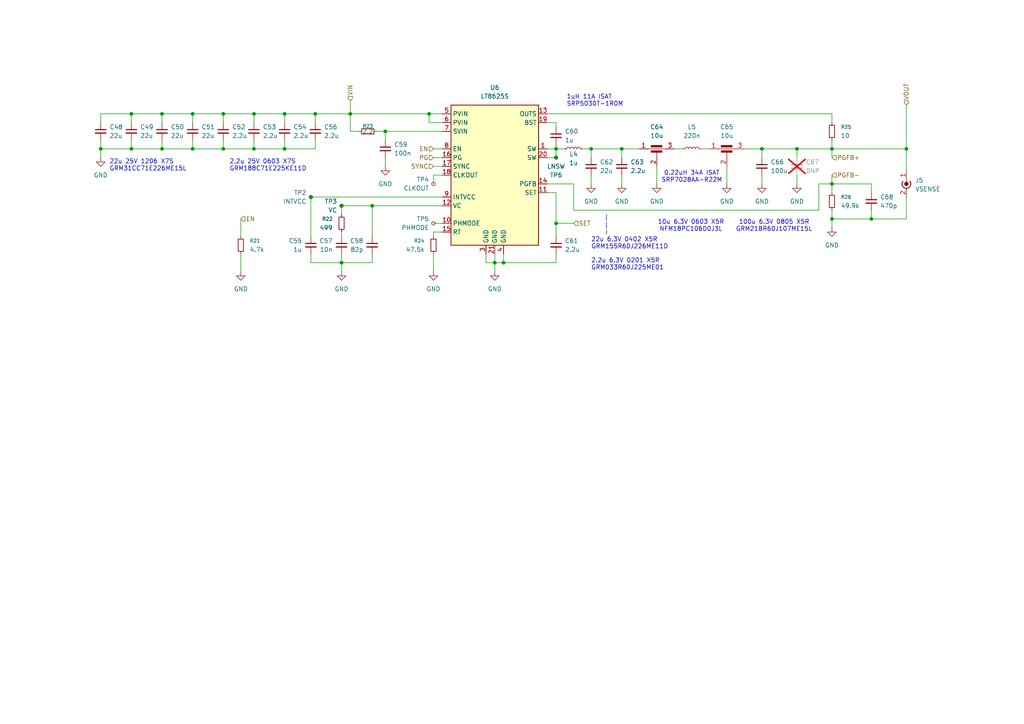
<source format=kicad_sch>
(kicad_sch (version 20250114) (generator "eeschema") (generator_version "9.0")
  (paper "A4")
  (lib_symbols
    (symbol "Connector:Conn_Coaxial_Power" (pin_names (offset 1.016) (hide yes))
      (property "Reference" "J" (at -5.08 -1.27 90))
      (property "Value" "Conn_Coaxial_Power" (at -3.175 -1.27 90))
      (symbol "Conn_Coaxial_Power_0_1"
        (arc (start 1.016 -0.508) (mid 1.2048 -0.8684) (end 1.27 -1.27) (stroke (width 0.254)))
        (polyline (pts (xy 0 0) (xy 0 -1.27)))
        (arc (start 1.27 -1.27) (mid 0 -2.5345) (end -1.27 -1.27) (stroke (width 0.254)))
        (arc (start -1.27 -1.27) (mid -1.2048 -0.8684) (end -1.016 -0.508) (stroke (width 0.254)))
        (circle (center 0 -1.27) (radius 0.508) (stroke (width 0.2032)) (fill (type outline)))
        (polyline (pts (xy 0 -2.54) (xy 0 -3.048)))
      )
      (symbol "Conn_Coaxial_Power_1_1"
        (pin passive line (at 0 2.54 270) (length 2.54) (name "In") (number "1"))
        (pin passive line (at 0 -5.08 90) (length 2.54) (name "Ext") (number "2"))
      )
    )
    (symbol "Connector:TestPoint_Small" (pin_numbers (hide yes)) (pin_names (offset 0.762) (hide yes))
      (property "Reference" "TP" (at 0 3.81 0))
      (property "Value" "TestPoint_Small" (at 0 2.032 0))
      (symbol "TestPoint_Small_0_1"
        (circle (center 0 0) (radius 0.508))
      )
      (symbol "TestPoint_Small_1_1"
        (pin passive line (at 0 0 90) (length 0) (name "1") (number "1"))
      )
    )
    (symbol "Device:C_Feedthrough" (pin_names (offset 0.254) (hide yes))
      (property "Reference" "C" (at 0 7.62 0))
      (property "Value" "C_Feedthrough" (at 0 5.715 0))
      (symbol "C_Feedthrough_0_1"
        (polyline (pts (xy -2.54 2.54) (xy 2.54 2.54)))
        (rectangle (start -1.651 1.524) (end 1.524 2.032) (fill (type outline)))
        (polyline (pts (xy 0 0) (xy 0 1.778)))
        (rectangle (start 1.524 3.048) (end -1.651 3.556) (fill (type outline)))
      )
      (symbol "C_Feedthrough_1_1"
        (pin passive line (at -5.08 2.54 0) (length 2.54) (name "1") (number "1"))
        (pin passive line (at 0 -2.54 90) (length 2.54) (name "2") (number "2"))
        (pin passive line (at 5.08 2.54 180) (length 2.54) (name "3") (number "3"))
      )
    )
    (symbol "Device:C_Small" (pin_numbers (hide yes)) (pin_names (offset 0.254) (hide yes))
      (property "Reference" "C" (at 0.254 1.778 0))
      (property "Value" "C_Small" (at 0.254 -2.032 0))
      (symbol "C_Small_0_1"
        (polyline (pts (xy -1.524 0.508) (xy 1.524 0.508)) (stroke (width 0.3048)))
        (polyline (pts (xy -1.524 -0.508) (xy 1.524 -0.508)) (stroke (width 0.3302)))
      )
      (symbol "C_Small_1_1"
        (pin passive line (at 0 2.54 270) (length 2.032) (name "~") (number "1"))
        (pin passive line (at 0 -2.54 90) (length 2.032) (name "~") (number "2"))
      )
    )
    (symbol "Device:L_Small" (pin_numbers (hide yes)) (pin_names (offset 0.254) (hide yes))
      (property "Reference" "L" (at 0.762 1.016 0))
      (property "Value" "L_Small" (at 0.762 -1.016 0))
      (symbol "L_Small_0_1"
        (arc (start 0 2.032) (mid 0.5058 1.524) (end 0 1.016))
        (arc (start 0 1.016) (mid 0.5058 0.508) (end 0 0))
        (arc (start 0 0) (mid 0.5058 -0.508) (end 0 -1.016))
        (arc (start 0 -1.016) (mid 0.5058 -1.524) (end 0 -2.032))
      )
      (symbol "L_Small_1_1"
        (pin passive line (at 0 2.54 270) (length 0.508) (name "~") (number "1"))
        (pin passive line (at 0 -2.54 90) (length 0.508) (name "~") (number "2"))
      )
    )
    (symbol "Device:R_Small" (pin_numbers (hide yes)) (pin_names (offset 0.254) (hide yes))
      (property "Reference" "R" (at 0 0 90))
      (property "Value" "R_Small" (at 1.778 0 90))
      (symbol "R_Small_0_1"
        (rectangle (start -0.762 1.778) (end 0.762 -1.778) (stroke (width 0.2032)))
      )
      (symbol "R_Small_1_1"
        (pin passive line (at 0 2.54 270) (length 0.762) (name "~") (number "1"))
        (pin passive line (at 0 -2.54 90) (length 0.762) (name "~") (number "2"))
      )
    )
    (symbol "huskylib:LT8625S"
      (property "Reference" "U" (at -12.192 17.78 0))
      (property "Value" "LT8625S" (at 4.826 17.78 0))
      (symbol "LT8625S_0_1"
        (rectangle (start -12.7 16.51) (end 12.7 -24.13) (stroke (width 0.254)) (fill (type background)))
      )
      (symbol "LT8625S_1_0"
        (pin power_in line (at -15.24 8.89 0) (length 2.54) (name "SVIN") (number "7"))
        (pin input line (at -15.24 3.81 0) (length 2.54) (name "EN") (number "8"))
        (pin input line (at -15.24 -1.27 0) (length 2.54) (name "SYNC") (number "17"))
        (pin output line (at -15.24 -3.81 0) (length 2.54) (name "CLKOUT") (number "18"))
        (pin passive line (at -15.24 -12.7 0) (length 2.54) (name "VC") (number "12"))
        (pin passive line (at -15.24 -20.32 0) (length 2.54) (name "RT") (number "15"))
        (pin power_in line (at 0 -26.67 90) (length 2.54) (name "GND") (number "21"))
        (pin passive line (at 2.54 -26.67 90) (length 2.54) (name "GND") (number "4"))
        (pin passive line (at 15.24 11.43 180) (length 2.54) (name "BST") (number "19"))
        (pin power_out line (at 15.24 3.81 180) (length 2.54) (name "SW") (number "1"))
        (pin power_out line (at 15.24 1.27 180) (length 2.54) (name "SW") (number "20"))
        (pin passive line (at 15.24 -6.35 180) (length 2.54) (name "PGFB") (number "14"))
      )
      (symbol "LT8625S_1_1"
        (pin power_in line (at -15.24 13.97 0) (length 2.54) (name "PVIN") (number "5"))
        (pin power_in line (at -15.24 11.43 0) (length 2.54) (name "PVIN") (number "6"))
        (pin output line (at -15.24 1.27 0) (length 2.54) (name "PG") (number "16"))
        (pin passive line (at -15.24 -10.16 0) (length 2.54) (name "INTVCC") (number "9"))
        (pin passive line (at -15.24 -17.78 0) (length 2.54) (name "PHMODE") (number "10"))
        (pin power_in line (at -2.54 -26.67 90) (length 2.54) (name "GND") (number "3"))
        (pin passive line (at 15.24 13.97 180) (length 2.54) (name "OUTS") (number "13"))
        (pin passive line (at 15.24 -8.89 180) (length 2.54) (name "SET") (number "11"))
      )
    )
    (symbol "power:GND" (power) (pin_numbers (hide yes)) (pin_names (offset 0) (hide yes))
      (property "Value" "GND" (at 0 -3.81 0))
      (symbol "GND_0_1"
        (polyline (pts (xy 0 0) (xy 0 -1.27) (xy 1.27 -1.27) (xy 0 -2.54) (xy -1.27 -1.27) (xy 0 -1.27)))
      )
      (symbol "GND_1_1"
        (pin power_in line (at 0 0 270) (length 0) (name "~") (number "1"))
      )
    )
  )
  (text "0.22uH 34A ISAT\nSRP7028AA-R22M" (at 200.66 49.53 0) (effects (font (size 1.27 1.27)) (justify top)))
  (text "2.2u 6.3V 0201 X5R\nGRM033R60J225ME01" (at 171.45 74.93 0) (effects (font (size 1.27 1.27)) (justify left top)))
  (text "100u 6.3V 0805 X5R\nGRM21BR60J107ME15L" (at 224.536 63.754 0) (effects (font (size 1.27 1.27)) (justify top)))
  (text "2.2u 25V 0603 X7S\nGRM188C71E225KE11D" (at 66.548 46.228 0) (effects (font (size 1.27 1.27)) (justify left top)))
  (text "1uH 11A ISAT\nSRP5030T-1R0M" (at 164.338 30.988 0) (effects (font (size 1.27 1.27)) (justify left bottom)))
  (text "22u 25V 1206 X7S\nGRM31CC71E226ME15L" (at 31.75 46.228 0) (effects (font (size 1.27 1.27)) (justify left top)))
  (text "10u 6.3V 0603 X5R\nNFM18PC106D0J3L" (at 200.406 63.754 0) (effects (font (size 1.27 1.27)) (justify top)))
  (text "22u 6.3V 0402 X5R\nGRM155R60J226ME11D" (at 171.45 68.834 0) (effects (font (size 1.27 1.27)) (justify left top)))
  (junction (at 241.3 43.18))
  (junction (at 46.99 33.02))
  (junction (at 111.76 38.1))
  (junction (at 220.98 43.18))
  (junction (at 73.66 43.18))
  (junction (at 82.55 33.02))
  (junction (at 91.44 33.02))
  (junction (at 143.51 76.2))
  (junction (at 101.6 33.02))
  (junction (at 38.1 33.02))
  (junction (at 64.77 33.02))
  (junction (at 146.05 76.2))
  (junction (at 38.1 43.18))
  (junction (at 82.55 43.18))
  (junction (at 180.34 43.18))
  (junction (at 252.73 63.5))
  (junction (at 99.06 76.2))
  (junction (at 73.66 33.02))
  (junction (at 231.14 43.18))
  (junction (at 161.29 64.77))
  (junction (at 161.29 45.72))
  (junction (at 241.3 53.34))
  (junction (at 124.46 33.02))
  (junction (at 99.06 59.69))
  (junction (at 90.17 57.15))
  (junction (at 55.88 43.18))
  (junction (at 171.45 43.18))
  (junction (at 241.3 63.5))
  (junction (at 161.29 43.18))
  (junction (at 107.95 59.69))
  (junction (at 46.99 43.18))
  (junction (at 64.77 43.18))
  (junction (at 55.88 33.02))
  (junction (at 29.21 43.18))
  (junction (at 262.89 43.18))
  (wire (pts (xy 124.46 33.02) (xy 124.46 35.56)))
  (wire (pts (xy 195.58 43.18) (xy 198.12 43.18)))
  (wire (pts (xy 158.75 45.72) (xy 161.29 45.72)))
  (wire (pts (xy 252.73 63.5) (xy 241.3 63.5)))
  (wire (pts (xy 111.76 38.1) (xy 111.76 40.64)))
  (wire (pts (xy 161.29 41.91) (xy 161.29 43.18)))
  (wire (pts (xy 29.21 43.18) (xy 29.21 45.72)))
  (wire (pts (xy 220.98 43.18) (xy 220.98 45.72)))
  (wire (pts (xy 125.73 53.34) (xy 125.73 50.8)))
  (wire (pts (xy 73.66 43.18) (xy 82.55 43.18)))
  (wire (pts (xy 231.14 43.18) (xy 241.3 43.18)))
  (wire (pts (xy 99.06 76.2) (xy 107.95 76.2)))
  (wire (pts (xy 171.45 43.18) (xy 180.34 43.18)))
  (wire (pts (xy 104.14 38.1) (xy 101.6 38.1)))
  (wire (pts (xy 73.66 43.18) (xy 73.66 40.64)))
  (wire (pts (xy 90.17 76.2) (xy 99.06 76.2)))
  (wire (pts (xy 38.1 40.64) (xy 38.1 43.18)))
  (wire (pts (xy 125.73 67.31) (xy 125.73 68.58)))
  (wire (pts (xy 241.3 43.18) (xy 241.3 40.64)))
  (wire (pts (xy 64.77 40.64) (xy 64.77 43.18)))
  (wire (pts (xy 99.06 76.2) (xy 99.06 78.74)))
  (wire (pts (xy 158.75 55.88) (xy 161.29 55.88)))
  (wire (pts (xy 101.6 33.02) (xy 124.46 33.02)))
  (wire (pts (xy 125.73 73.66) (xy 125.73 78.74)))
  (wire (pts (xy 64.77 33.02) (xy 64.77 35.56)))
  (wire (pts (xy 146.05 76.2) (xy 143.51 76.2)))
  (wire (pts (xy 143.51 76.2) (xy 140.97 76.2)))
  (wire (pts (xy 99.06 59.69) (xy 99.06 62.23)))
  (wire (pts (xy 46.99 33.02) (xy 55.88 33.02)))
  (wire (pts (xy 46.99 33.02) (xy 46.99 35.56)))
  (wire (pts (xy 168.91 43.18) (xy 171.45 43.18)))
  (wire (pts (xy 55.88 33.02) (xy 64.77 33.02)))
  (wire (pts (xy 46.99 43.18) (xy 46.99 40.64)))
  (wire (pts (xy 38.1 33.02) (xy 38.1 35.56)))
  (wire (pts (xy 109.22 38.1) (xy 111.76 38.1)))
  (wire (pts (xy 252.73 53.34) (xy 252.73 55.88)))
  (wire (pts (xy 220.98 50.8) (xy 220.98 53.34)))
  (wire (pts (xy 55.88 43.18) (xy 64.77 43.18)))
  (wire (pts (xy 90.17 57.15) (xy 90.17 68.58)))
  (wire (pts (xy 241.3 53.34) (xy 252.73 53.34)))
  (wire (pts (xy 241.3 50.8) (xy 241.3 53.34)))
  (wire (pts (xy 125.73 43.18) (xy 128.27 43.18)))
  (wire (pts (xy 203.2 43.18) (xy 205.74 43.18)))
  (wire (pts (xy 241.3 63.5) (xy 241.3 66.04)))
  (wire (pts (xy 161.29 64.77) (xy 166.37 64.77)))
  (wire (pts (xy 166.37 60.96) (xy 237.49 60.96)))
  (wire (pts (xy 99.06 59.69) (xy 107.95 59.69)))
  (wire (pts (xy 73.66 33.02) (xy 73.66 35.56)))
  (wire (pts (xy 38.1 33.02) (xy 46.99 33.02)))
  (wire (pts (xy 107.95 59.69) (xy 107.95 68.58)))
  (polyline (pts (xy 175.895 62.23) (xy 175.895 67.945)) (stroke (width 0) (type dash)))
  (wire (pts (xy 231.14 50.8) (xy 231.14 53.34)))
  (wire (pts (xy 241.3 43.18) (xy 241.3 45.72)))
  (wire (pts (xy 29.21 33.02) (xy 38.1 33.02)))
  (wire (pts (xy 161.29 73.66) (xy 161.29 76.2)))
  (wire (pts (xy 146.05 76.2) (xy 161.29 76.2)))
  (wire (pts (xy 161.29 45.72) (xy 161.29 43.18)))
  (wire (pts (xy 91.44 33.02) (xy 101.6 33.02)))
  (wire (pts (xy 91.44 40.64) (xy 91.44 43.18)))
  (wire (pts (xy 29.21 43.18) (xy 38.1 43.18)))
  (wire (pts (xy 180.34 50.8) (xy 180.34 53.34)))
  (wire (pts (xy 125.73 48.26) (xy 128.27 48.26)))
  (wire (pts (xy 107.95 59.69) (xy 128.27 59.69)))
  (wire (pts (xy 82.55 43.18) (xy 82.55 40.64)))
  (wire (pts (xy 111.76 45.72) (xy 111.76 48.26)))
  (wire (pts (xy 64.77 43.18) (xy 73.66 43.18)))
  (wire (pts (xy 241.3 53.34) (xy 241.3 55.88)))
  (wire (pts (xy 143.51 73.66) (xy 143.51 76.2)))
  (wire (pts (xy 82.55 33.02) (xy 82.55 35.56)))
  (wire (pts (xy 166.37 60.96) (xy 166.37 53.34)))
  (wire (pts (xy 237.49 53.34) (xy 237.49 60.96)))
  (wire (pts (xy 38.1 43.18) (xy 46.99 43.18)))
  (wire (pts (xy 91.44 33.02) (xy 91.44 35.56)))
  (wire (pts (xy 46.99 43.18) (xy 55.88 43.18)))
  (wire (pts (xy 82.55 33.02) (xy 91.44 33.02)))
  (wire (pts (xy 166.37 53.34) (xy 158.75 53.34)))
  (wire (pts (xy 101.6 33.02) (xy 101.6 38.1)))
  (wire (pts (xy 128.27 33.02) (xy 124.46 33.02)))
  (wire (pts (xy 99.06 73.66) (xy 99.06 76.2)))
  (wire (pts (xy 125.73 50.8) (xy 128.27 50.8)))
  (wire (pts (xy 111.76 38.1) (xy 128.27 38.1)))
  (wire (pts (xy 210.82 48.26) (xy 210.82 53.34)))
  (wire (pts (xy 158.75 43.18) (xy 161.29 43.18)))
  (wire (pts (xy 262.89 57.15) (xy 262.89 63.5)))
  (wire (pts (xy 158.75 35.56) (xy 161.29 35.56)))
  (wire (pts (xy 90.17 73.66) (xy 90.17 76.2)))
  (wire (pts (xy 161.29 55.88) (xy 161.29 64.77)))
  (wire (pts (xy 262.89 30.48) (xy 262.89 43.18)))
  (wire (pts (xy 180.34 43.18) (xy 185.42 43.18)))
  (wire (pts (xy 73.66 33.02) (xy 82.55 33.02)))
  (wire (pts (xy 180.34 43.18) (xy 180.34 45.72)))
  (wire (pts (xy 128.27 67.31) (xy 125.73 67.31)))
  (wire (pts (xy 107.95 73.66) (xy 107.95 76.2)))
  (wire (pts (xy 125.73 64.77) (xy 128.27 64.77)))
  (wire (pts (xy 231.14 43.18) (xy 231.14 45.72)))
  (wire (pts (xy 69.85 73.66) (xy 69.85 78.74)))
  (wire (pts (xy 252.73 60.96) (xy 252.73 63.5)))
  (wire (pts (xy 69.85 63.5) (xy 69.85 68.58)))
  (wire (pts (xy 171.45 43.18) (xy 171.45 45.72)))
  (wire (pts (xy 161.29 43.18) (xy 163.83 43.18)))
  (wire (pts (xy 241.3 43.18) (xy 262.89 43.18)))
  (wire (pts (xy 220.98 43.18) (xy 231.14 43.18)))
  (wire (pts (xy 262.89 43.18) (xy 262.89 49.53)))
  (wire (pts (xy 29.21 40.64) (xy 29.21 43.18)))
  (wire (pts (xy 171.45 50.8) (xy 171.45 53.34)))
  (wire (pts (xy 140.97 76.2) (xy 140.97 73.66)))
  (wire (pts (xy 190.5 48.26) (xy 190.5 53.34)))
  (wire (pts (xy 64.77 33.02) (xy 73.66 33.02)))
  (wire (pts (xy 125.73 45.72) (xy 128.27 45.72)))
  (wire (pts (xy 146.05 73.66) (xy 146.05 76.2)))
  (wire (pts (xy 55.88 33.02) (xy 55.88 35.56)))
  (wire (pts (xy 143.51 76.2) (xy 143.51 78.74)))
  (wire (pts (xy 90.17 57.15) (xy 128.27 57.15)))
  (wire (pts (xy 252.73 63.5) (xy 262.89 63.5)))
  (wire (pts (xy 215.9 43.18) (xy 220.98 43.18)))
  (wire (pts (xy 82.55 43.18) (xy 91.44 43.18)))
  (wire (pts (xy 161.29 35.56) (xy 161.29 36.83)))
  (wire (pts (xy 29.21 33.02) (xy 29.21 35.56)))
  (wire (pts (xy 124.46 35.56) (xy 128.27 35.56)))
  (wire (pts (xy 241.3 53.34) (xy 237.49 53.34)))
  (wire (pts (xy 158.75 33.02) (xy 241.3 33.02)))
  (wire (pts (xy 161.29 64.77) (xy 161.29 68.58)))
  (wire (pts (xy 241.3 35.56) (xy 241.3 33.02)))
  (wire (pts (xy 55.88 43.18) (xy 55.88 40.64)))
  (wire (pts (xy 99.06 67.31) (xy 99.06 68.58)))
  (wire (pts (xy 101.6 29.21) (xy 101.6 33.02)))
  (wire (pts (xy 241.3 60.96) (xy 241.3 63.5)))
  (hierarchical_label "EN" (shape input) (at 69.85 63.5 0))
  (hierarchical_label "VOUT" (shape input) (at 262.89 30.48 90))
  (hierarchical_label "SET" (shape input) (at 166.37 64.77 0))
  (hierarchical_label "EN" (shape input) (at 125.73 43.18 180))
  (hierarchical_label "VIN" (shape input) (at 101.6 29.21 90))
  (hierarchical_label "SYNC" (shape input) (at 125.73 48.26 180))
  (hierarchical_label "PGFB+" (shape input) (at 241.3 45.72 0))
  (hierarchical_label "PGFB-" (shape input) (at 241.3 50.8 0))
  (hierarchical_label "PG" (shape input) (at 125.73 45.72 180))
  (symbol (lib_id "Device:C_Small") (at 99.06 71.12 0) (unit 1)
    (property "Reference" "C57" (at 96.52 69.8562 0) (effects (justify right)))
    (property "Value" "10n" (at 96.52 72.3962 0) (effects (justify right)))
    (property "Footprint" "Capacitor_SMD:C_0402_1005Metric" (effects (hide yes)))
    (property "Description" "Unpolarized capacitor, small symbol" (effects (hide yes)))
    (property "DIGIKEY_PN" "490-6351-1-ND" (effects (hide yes)))
  )
  (symbol (lib_id "Device:C_Small") (at 231.14 48.26 0) (unit 1) (dnp yes)
    (property "Reference" "C67" (at 233.68 46.9962 0) (effects (justify left)))
    (property "Value" "DNP" (at 233.68 49.5362 0) (effects (justify left)))
    (property "Footprint" "Capacitor_SMD:C_0402_1005Metric" (effects (hide yes)))
    (property "Description" "Unpolarized capacitor, small symbol" (effects (hide yes)))
  )
  (symbol (lib_id "Device:L_Small") (at 200.66 43.18 90) (unit 1)
    (property "Reference" "L5" (at 200.66 36.83 90))
    (property "Value" "220n" (at 200.66 39.37 90))
    (property "Footprint" "Inductor_SMD:L_Bourns_SRP7028A_7.3x6.6mm" (effects (hide yes)))
    (property "Description" "Inductor, small symbol" (effects (hide yes)))
    (property "DIGIKEY_PN" "118-SRP7028AA-R22MCT-ND" (effects (hide yes)))
  )
  (symbol (lib_id "Connector:TestPoint_Small") (at 90.17 57.15 0) (unit 1)
    (property "Reference" "TP2" (at 88.9 55.8799 0) (effects (justify right)))
    (property "Value" "INTVCC" (at 88.9 58.4199 0) (effects (justify right)))
    (property "Footprint" "TestPoint:TestPoint_Keystone_5015_Micro_Mini" (effects (hide yes)))
    (property "Description" "test point" (effects (hide yes)))
    (property "DIGIKEY_PN" "36-5015CT-ND" (effects (hide yes)))
  )
  (symbol (lib_id "Device:C_Small") (at 91.44 38.1 0) (unit 1)
    (property "Reference" "C56" (at 93.98 36.8362 0) (effects (justify left)))
    (property "Value" "2.2u" (at 93.98 39.3762 0) (effects (justify left)))
    (property "Footprint" "Capacitor_SMD:C_0603_1608Metric" (effects (hide yes)))
    (property "Description" "Unpolarized capacitor, small symbol" (effects (hide yes)))
    (property "DIGIKEY_PN" "490-12732-1-ND" (effects (hide yes)))
  )
  (symbol (lib_id "Device:R_Small") (at 69.85 71.12 0) (unit 1)
    (property "Reference" "R21" (at 72.39 69.8499 0) (effects (font (size 1.016 1.016)) (justify left)))
    (property "Value" "4.7k" (at 72.39 72.3899 0) (effects (justify left)))
    (property "Footprint" "Resistor_SMD:R_0402_1005Metric" (effects (hide yes)))
    (property "Description" "Resistor, small symbol" (effects (hide yes)))
    (property "DIGIKEY_PN" "311-4.7KJRCT-ND" (effects (hide yes)))
  )
  (symbol (lib_id "Device:C_Small") (at 180.34 48.26 0) (unit 1)
    (property "Reference" "C63" (at 182.88 46.9962 0) (effects (justify left)))
    (property "Value" "2.2u" (at 182.88 49.5362 0) (effects (justify left)))
    (property "Footprint" "Capacitor_SMD:C_0201_0603Metric" (effects (hide yes)))
    (property "Description" "Unpolarized capacitor, small symbol" (effects (hide yes)))
    (property "DIGIKEY_PN" "490-GRM033R60J225ME01DCT-ND" (effects (hide yes)))
  )
  (symbol (lib_id "power:GND") (at 220.98 53.34 0) (unit 1)
    (property "Reference" "#PWR052" (effects (hide yes)))
    (property "Value" "GND" (at 220.98 58.42 0))
    (property "Description" "Power symbol creates a global label with name \"GND\" , ground" (effects (hide yes)))
  )
  (symbol (lib_id "Device:C_Small") (at 55.88 38.1 0) (unit 1)
    (property "Reference" "C51" (at 58.42 36.8362 0) (effects (justify left)))
    (property "Value" "22u" (at 58.42 39.3762 0) (effects (justify left)))
    (property "Footprint" "Capacitor_SMD:C_1206_3216Metric" (effects (hide yes)))
    (property "Description" "Unpolarized capacitor, small symbol" (effects (hide yes)))
    (property "DIGIKEY_PN" "490-GRM31CC71E226ME15LCT-ND" (effects (hide yes)))
  )
  (symbol (lib_id "Device:C_Small") (at 171.45 48.26 0) (unit 1)
    (property "Reference" "C62" (at 173.99 46.9962 0) (effects (justify left)))
    (property "Value" "22u" (at 173.99 49.5362 0) (effects (justify left)))
    (property "Footprint" "Capacitor_SMD:C_0402_1005Metric" (effects (hide yes)))
    (property "Description" "Unpolarized capacitor, small symbol" (effects (hide yes)))
    (property "DIGIKEY_PN" "490-GRM155R60J226ME11DCT-ND" (effects (hide yes)))
  )
  (symbol (lib_id "power:GND") (at 180.34 53.34 0) (unit 1)
    (property "Reference" "#PWR049" (effects (hide yes)))
    (property "Value" "GND" (at 180.34 58.42 0))
    (property "Description" "Power symbol creates a global label with name \"GND\" , ground" (effects (hide yes)))
  )
  (symbol (lib_id "Device:R_Small") (at 106.68 38.1 270) (mirror x) (unit 1)
    (property "Reference" "R23" (at 106.68 36.576 90) (effects (font (size 1.016 1.016))))
    (property "Value" "2.2" (at 106.68 38.1 90))
    (property "Footprint" "Resistor_SMD:R_0402_1005Metric" (effects (hide yes)))
    (property "Description" "Resistor, small symbol" (effects (hide yes)))
    (property "DIGIKEY_PN" "YAG3471CT-ND" (effects (hide yes)))
  )
  (symbol (lib_id "Device:C_Small") (at 107.95 71.12 0) (unit 1)
    (property "Reference" "C58" (at 105.41 69.8562 0) (effects (justify right)))
    (property "Value" "82p" (at 105.41 72.3962 0) (effects (justify right)))
    (property "Footprint" "Capacitor_SMD:C_0402_1005Metric" (effects (hide yes)))
    (property "Description" "Unpolarized capacitor, small symbol" (effects (hide yes)))
    (property "DIGIKEY_PN" "490-GCM1555C1H820JA16DCT-ND" (effects (hide yes)))
  )
  (symbol (lib_id "power:GND") (at 69.85 78.74 0) (unit 1)
    (property "Reference" "#PWR043" (effects (hide yes)))
    (property "Value" "GND" (at 69.85 83.82 0))
    (property "Description" "Power symbol creates a global label with name \"GND\" , ground" (effects (hide yes)))
  )
  (symbol (lib_id "power:GND") (at 111.76 48.26 0) (unit 1)
    (property "Reference" "#PWR045" (effects (hide yes)))
    (property "Value" "GND" (at 111.76 53.34 0))
    (property "Description" "Power symbol creates a global label with name \"GND\" , ground" (effects (hide yes)))
  )
  (symbol (lib_id "power:GND") (at 241.3 66.04 0) (unit 1)
    (property "Reference" "#PWR054" (effects (hide yes)))
    (property "Value" "GND" (at 241.3 71.12 0))
    (property "Description" "Power symbol creates a global label with name \"GND\" , ground" (effects (hide yes)))
  )
  (symbol (lib_id "Device:C_Small") (at 38.1 38.1 0) (unit 1)
    (property "Reference" "C49" (at 40.64 36.8362 0) (effects (justify left)))
    (property "Value" "22u" (at 40.64 39.3762 0) (effects (justify left)))
    (property "Footprint" "Capacitor_SMD:C_1206_3216Metric" (effects (hide yes)))
    (property "Description" "Unpolarized capacitor, small symbol" (effects (hide yes)))
    (property "DIGIKEY_PN" "490-GRM31CC71E226ME15LCT-ND" (effects (hide yes)))
  )
  (symbol (lib_id "Device:C_Feedthrough") (at 190.5 45.72 0) (unit 1)
    (property "Reference" "C64" (at 190.5 36.83 0))
    (property "Value" "10u" (at 190.5 39.37 0))
    (property "Footprint" "Capacitor_SMD:C_0402_1005Metric" (effects (hide yes)))
    (property "Description" "Feedthrough capacitor" (effects (hide yes)))
    (property "DIGIKEY_PN" "490-NFM18PC106D0J3LCT-ND" (effects (hide yes)))
  )
  (symbol (lib_id "power:GND") (at 210.82 53.34 0) (unit 1)
    (property "Reference" "#PWR051" (effects (hide yes)))
    (property "Value" "GND" (at 210.82 58.42 0))
    (property "Description" "Power symbol creates a global label with name \"GND\" , ground" (effects (hide yes)))
  )
  (symbol (lib_id "Device:C_Small") (at 111.76 43.18 0) (unit 1)
    (property "Reference" "C59" (at 114.3 41.9162 0) (effects (justify left)))
    (property "Value" "100n" (at 114.3 44.4562 0) (effects (justify left)))
    (property "Footprint" "Capacitor_SMD:C_0402_1005Metric" (effects (hide yes)))
    (property "Description" "Unpolarized capacitor, small symbol" (effects (hide yes)))
    (property "DIGIKEY_PN" "490-14603-1-ND" (effects (hide yes)))
  )
  (symbol (lib_id "Device:C_Small") (at 90.17 71.12 0) (unit 1)
    (property "Reference" "C55" (at 87.63 69.8562 0) (effects (justify right)))
    (property "Value" "1u" (at 87.63 72.3962 0) (effects (justify right)))
    (property "Footprint" "Capacitor_SMD:C_0402_1005Metric" (effects (hide yes)))
    (property "Description" "Unpolarized capacitor, small symbol" (effects (hide yes)))
    (property "DIGIKEY_PN" "490-14409-1-ND" (effects (hide yes)))
  )
  (symbol (lib_id "Device:C_Small") (at 252.73 58.42 0) (unit 1)
    (property "Reference" "C68" (at 255.27 57.1562 0) (effects (justify left)))
    (property "Value" "470p" (at 255.27 59.6962 0) (effects (justify left)))
    (property "Footprint" "Capacitor_SMD:C_0402_1005Metric" (effects (hide yes)))
    (property "Description" "Unpolarized capacitor, small symbol" (effects (hide yes)))
    (property "DIGIKEY_PN" "490-GCM155R71H471KA37JCT-ND" (effects (hide yes)))
  )
  (symbol (lib_id "Device:C_Small") (at 64.77 38.1 0) (unit 1)
    (property "Reference" "C52" (at 67.31 36.8362 0) (effects (justify left)))
    (property "Value" "2.2u" (at 67.31 39.3762 0) (effects (justify left)))
    (property "Footprint" "Capacitor_SMD:C_0603_1608Metric" (effects (hide yes)))
    (property "Description" "Unpolarized capacitor, small symbol" (effects (hide yes)))
    (property "DIGIKEY_PN" "490-12732-1-ND" (effects (hide yes)))
  )
  (symbol (lib_id "Device:C_Small") (at 82.55 38.1 0) (unit 1)
    (property "Reference" "C54" (at 85.09 36.8362 0) (effects (justify left)))
    (property "Value" "2.2u" (at 85.09 39.3762 0) (effects (justify left)))
    (property "Footprint" "Capacitor_SMD:C_0603_1608Metric" (effects (hide yes)))
    (property "Description" "Unpolarized capacitor, small symbol" (effects (hide yes)))
    (property "DIGIKEY_PN" "490-12732-1-ND" (effects (hide yes)))
  )
  (symbol (lib_id "Device:L_Small") (at 166.37 43.18 90) (unit 1)
    (property "Reference" "L4" (at 166.37 44.704 90))
    (property "Value" "1u" (at 166.37 47.244 90))
    (property "Footprint" "Inductor_SMD:L_Bourns_SRP5030T" (effects (hide yes)))
    (property "Description" "Inductor, small symbol" (effects (hide yes)))
    (property "DIGIKEY_PN" "SRP5030T-1R0MCT-ND" (effects (hide yes)))
  )
  (symbol (lib_id "Connector:TestPoint_Small") (at 125.73 64.77 0) (unit 1)
    (property "Reference" "TP5" (at 124.46 63.4999 0) (effects (justify right)))
    (property "Value" "PHMODE" (at 124.46 66.0399 0) (effects (justify right)))
    (property "Footprint" "TestPoint:TestPoint_Keystone_5015_Micro_Mini" (effects (hide yes)))
    (property "Description" "test point" (effects (hide yes)))
    (property "DIGIKEY_PN" "36-5015CT-ND" (effects (hide yes)))
  )
  (symbol (lib_id "Device:C_Small") (at 29.21 38.1 0) (unit 1)
    (property "Reference" "C48" (at 31.75 36.8362 0) (effects (justify left)))
    (property "Value" "22u" (at 31.75 39.3762 0) (effects (justify left)))
    (property "Footprint" "Capacitor_SMD:C_1206_3216Metric" (effects (hide yes)))
    (property "Description" "Unpolarized capacitor, small symbol" (effects (hide yes)))
    (property "DIGIKEY_PN" "490-GRM31CC71E226ME15LCT-ND" (effects (hide yes)))
  )
  (symbol (lib_id "Device:C_Small") (at 161.29 39.37 0) (unit 1)
    (property "Reference" "C60" (at 163.83 38.1062 0) (effects (justify left)))
    (property "Value" "1u" (at 163.83 40.6462 0) (effects (justify left)))
    (property "Footprint" "Capacitor_SMD:C_0402_1005Metric" (effects (hide yes)))
    (property "Description" "Unpolarized capacitor, small symbol" (effects (hide yes)))
    (property "DIGIKEY_PN" "490-14409-1-ND" (effects (hide yes)))
  )
  (symbol (lib_id "huskylib:LT8625S") (at 143.51 46.99 0) (unit 1)
    (property "Reference" "U6" (at 143.51 25.4 0))
    (property "Value" "LT8625S" (at 143.51 27.94 0))
    (property "Footprint" "Package_DFN_QFN:QFN-20-1EP_3x4mm_P0.5mm_EP1.65x2.65mm" (effects (hide yes)))
    (property "Datasheet" "https://www.analog.com/media/en/technical-documentation/data-sheets/lt8625s.pdf" (effects (hide yes)))
    (property "Description" "18V/8A Step-Down Silent Switcher 3 with Ultralow Noise Reference" (effects (hide yes)))
    (property "DIGIKEY_PN" "505-LT8625SIV#TRMPBFCT-ND" (effects (hide yes)))
  )
  (symbol (lib_id "Device:R_Small") (at 125.73 71.12 0) (unit 1)
    (property "Reference" "R24" (at 123.19 69.8499 0) (effects (font (size 1.016 1.016)) (justify right)))
    (property "Value" "47.5k" (at 123.19 72.3899 0) (effects (justify right)))
    (property "Footprint" "Resistor_SMD:R_0402_1005Metric" (effects (hide yes)))
    (property "Description" "Resistor, small symbol" (effects (hide yes)))
    (property "DIGIKEY_PN" "YAG4390CT-ND" (effects (hide yes)))
  )
  (symbol (lib_id "power:GND") (at 125.73 78.74 0) (unit 1)
    (property "Reference" "#PWR046" (effects (hide yes)))
    (property "Value" "GND" (at 125.73 83.82 0))
    (property "Description" "Power symbol creates a global label with name \"GND\" , ground" (effects (hide yes)))
  )
  (symbol (lib_id "Device:C_Small") (at 73.66 38.1 0) (unit 1)
    (property "Reference" "C53" (at 76.2 36.8362 0) (effects (justify left)))
    (property "Value" "2.2u" (at 76.2 39.3762 0) (effects (justify left)))
    (property "Footprint" "Capacitor_SMD:C_0603_1608Metric" (effects (hide yes)))
    (property "Description" "Unpolarized capacitor, small symbol" (effects (hide yes)))
    (property "DIGIKEY_PN" "490-12732-1-ND" (effects (hide yes)))
  )
  (symbol (lib_id "Device:R_Small") (at 241.3 58.42 0) (mirror y) (unit 1)
    (property "Reference" "R26" (at 243.84 57.1499 0) (effects (font (size 1.016 1.016)) (justify right)))
    (property "Value" "49.9k" (at 243.84 59.6899 0) (effects (justify right)))
    (property "Footprint" "Resistor_SMD:R_0402_1005Metric" (effects (hide yes)))
    (property "Description" "Resistor, small symbol" (effects (hide yes)))
    (property "DIGIKEY_PN" "YAG4394CT-ND" (effects (hide yes)))
  )
  (symbol (lib_id "power:GND") (at 29.21 45.72 0) (unit 1)
    (property "Reference" "#PWR042" (effects (hide yes)))
    (property "Value" "GND" (at 29.21 50.8 0))
    (property "Description" "Power symbol creates a global label with name \"GND\" , ground" (effects (hide yes)))
  )
  (symbol (lib_id "power:GND") (at 190.5 53.34 0) (unit 1)
    (property "Reference" "#PWR050" (effects (hide yes)))
    (property "Value" "GND" (at 190.5 58.42 0))
    (property "Description" "Power symbol creates a global label with name \"GND\" , ground" (effects (hide yes)))
  )
  (symbol (lib_id "Device:C_Small") (at 46.99 38.1 0) (unit 1)
    (property "Reference" "C50" (at 49.53 36.8362 0) (effects (justify left)))
    (property "Value" "22u" (at 49.53 39.3762 0) (effects (justify left)))
    (property "Footprint" "Capacitor_SMD:C_1206_3216Metric" (effects (hide yes)))
    (property "Description" "Unpolarized capacitor, small symbol" (effects (hide yes)))
    (property "DIGIKEY_PN" "490-GRM31CC71E226ME15LCT-ND" (effects (hide yes)))
  )
  (symbol (lib_id "Device:R_Small") (at 99.06 64.77 0) (unit 1)
    (property "Reference" "R22" (at 96.52 63.4999 0) (effects (font (size 1.016 1.016)) (justify right)))
    (property "Value" "499" (at 96.52 66.0399 0) (effects (justify right)))
    (property "Footprint" "Resistor_SMD:R_0402_1005Metric" (effects (hide yes)))
    (property "Description" "Resistor, small symbol" (effects (hide yes)))
    (property "DIGIKEY_PN" "311-499LRCT-ND" (effects (hide yes)))
  )
  (symbol (lib_id "power:GND") (at 99.06 78.74 0) (unit 1)
    (property "Reference" "#PWR044" (effects (hide yes)))
    (property "Value" "GND" (at 99.06 83.82 0))
    (property "Description" "Power symbol creates a global label with name \"GND\" , ground" (effects (hide yes)))
  )
  (symbol (lib_id "Connector:TestPoint_Small") (at 161.29 45.72 270) (unit 1)
    (property "Reference" "TP6" (at 161.29 50.8 90))
    (property "Value" "LNSW" (at 161.29 48.26 90))
    (property "Footprint" "TestPoint:TestPoint_Keystone_5015_Micro_Mini" (effects (hide yes)))
    (property "Description" "test point" (effects (hide yes)))
    (property "DIGIKEY_PN" "36-5015CT-ND" (effects (hide yes)))
  )
  (symbol (lib_id "Device:C_Small") (at 220.98 48.26 0) (unit 1)
    (property "Reference" "C66" (at 223.52 46.9962 0) (effects (justify left)))
    (property "Value" "100u" (at 223.52 49.5362 0) (effects (justify left)))
    (property "Footprint" "Capacitor_SMD:C_0805_2012Metric" (effects (hide yes)))
    (property "Description" "Unpolarized capacitor, small symbol" (effects (hide yes)))
    (property "DIGIKEY_PN" "490-13981-1-ND" (effects (hide yes)))
  )
  (symbol (lib_id "Device:C_Small") (at 161.29 71.12 0) (unit 1)
    (property "Reference" "C61" (at 163.83 69.8562 0) (effects (justify left)))
    (property "Value" "2.2u" (at 163.83 72.3962 0) (effects (justify left)))
    (property "Footprint" "Capacitor_SMD:C_0201_0603Metric" (effects (hide yes)))
    (property "Description" "Unpolarized capacitor, small symbol" (effects (hide yes)))
    (property "DIGIKEY_PN" "490-GRM033R60J225ME01DCT-ND" (effects (hide yes)))
  )
  (symbol (lib_id "power:GND") (at 231.14 53.34 0) (unit 1)
    (property "Reference" "#PWR053" (effects (hide yes)))
    (property "Value" "GND" (at 231.14 58.42 0))
    (property "Description" "Power symbol creates a global label with name \"GND\" , ground" (effects (hide yes)))
  )
  (symbol (lib_id "power:GND") (at 143.51 78.74 0) (unit 1)
    (property "Reference" "#PWR047" (effects (hide yes)))
    (property "Value" "GND" (at 143.51 83.82 0))
    (property "Description" "Power symbol creates a global label with name \"GND\" , ground" (effects (hide yes)))
  )
  (symbol (lib_id "Device:C_Feedthrough") (at 210.82 45.72 0) (unit 1)
    (property "Reference" "C65" (at 210.82 36.83 0))
    (property "Value" "10u" (at 210.82 39.37 0))
    (property "Footprint" "Capacitor_SMD:C_0402_1005Metric" (effects (hide yes)))
    (property "Description" "Feedthrough capacitor" (effects (hide yes)))
    (property "DIGIKEY_PN" "490-NFM18PC106D0J3LCT-ND" (effects (hide yes)))
  )
  (symbol (lib_id "power:GND") (at 171.45 53.34 0) (unit 1)
    (property "Reference" "#PWR048" (effects (hide yes)))
    (property "Value" "GND" (at 171.45 58.42 0))
    (property "Description" "Power symbol creates a global label with name \"GND\" , ground" (effects (hide yes)))
  )
  (symbol (lib_id "Connector:TestPoint_Small") (at 99.06 59.69 0) (unit 1)
    (property "Reference" "TP3" (at 97.79 58.4199 0) (effects (justify right)))
    (property "Value" "VC" (at 97.79 60.9599 0) (effects (justify right)))
    (property "Footprint" "TestPoint:TestPoint_Keystone_5015_Micro_Mini" (effects (hide yes)))
    (property "Description" "test point" (effects (hide yes)))
    (property "DIGIKEY_PN" "36-5015CT-ND" (effects (hide yes)))
  )
  (symbol (lib_id "Connector:TestPoint_Small") (at 125.73 53.34 0) (unit 1)
    (property "Reference" "TP4" (at 124.46 52.0699 0) (effects (justify right)))
    (property "Value" "CLKOUT" (at 124.46 54.6099 0) (effects (justify right)))
    (property "Footprint" "TestPoint:TestPoint_Keystone_5015_Micro_Mini" (effects (hide yes)))
    (property "Description" "test point" (effects (hide yes)))
    (property "DIGIKEY_PN" "36-5015CT-ND" (effects (hide yes)))
  )
  (symbol (lib_id "Device:R_Small") (at 241.3 38.1 0) (mirror y) (unit 1)
    (property "Reference" "R25" (at 243.84 36.8299 0) (effects (font (size 1.016 1.016)) (justify right)))
    (property "Value" "10" (at 243.84 39.3699 0) (effects (justify right)))
    (property "Footprint" "Resistor_SMD:R_0402_1005Metric" (effects (hide yes)))
    (property "Description" "Resistor, small symbol" (effects (hide yes)))
    (property "DIGIKEY_PN" "311-10.0LRCT-ND" (effects (hide yes)))
  )
  (symbol (lib_id "Connector:Conn_Coaxial_Power") (at 262.89 52.07 0) (unit 1)
    (property "Reference" "J5" (at 265.43 52.3239 0) (effects (justify left)))
    (property "Value" "VSENSE" (at 265.43 54.8639 0) (effects (justify left)))
    (property "Footprint" "Connector_Coaxial:SMA_Amphenol_132134-10_Vertical" (effects (hide yes)))
    (property "Description" "coaxial connector (BNC, SMA, SMB, SMC, Cinch/RCA, LEMO, ...)" (effects (hide yes)))
    (property "DIGIKEY_PN" "ARF2755-ND" (effects (hide yes)))
  )
)
</source>
